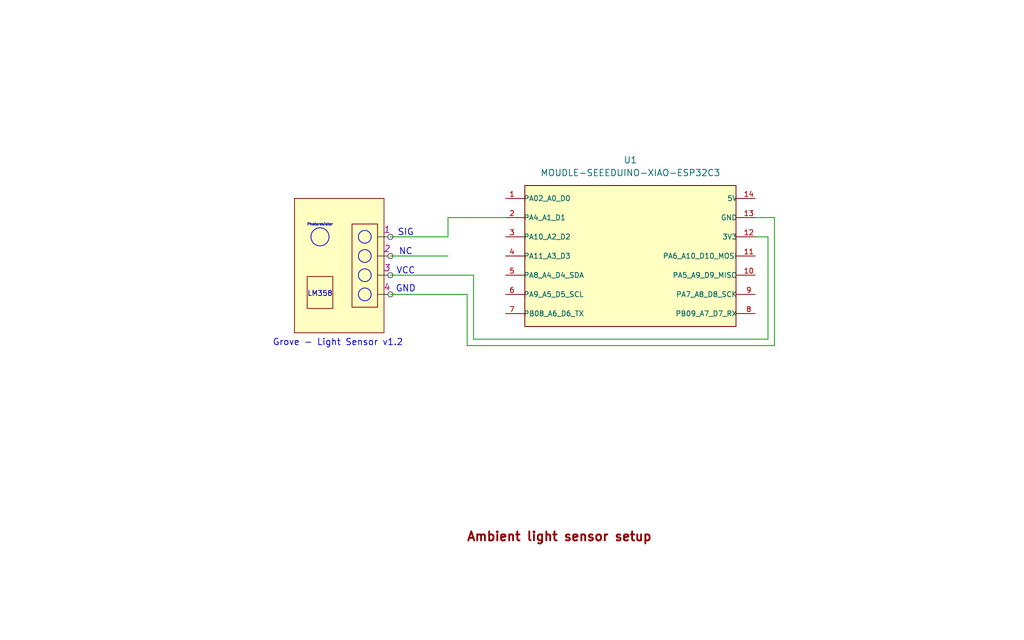
<source format=kicad_sch>
(kicad_sch (version 20231120) (generator "eeschema") (generator_version "8.0")
  (paper "User" 203.2 127)
  (lib_symbols
    (symbol "XIAO_ESP32C3:MOUDLE-SEEEDUINO-XIAO-ESP32C3" (pin_names (offset 1.016))
      (property "Reference" "U4" (at -0.635 19.05 0))
      (property "Value" "MOUDLE-SEEEDUINO-XIAO-ESP32C3" (at -0.635 16.51 0))
      (symbol "MOUDLE-SEEEDUINO-XIAO-ESP32C3_0_0"
        (polyline (pts (xy -21.59 -13.97) (xy -21.59 0)) (stroke (width 0.1524)) (fill (type color) (color 255 255 194 1)))
        (polyline (pts (xy -21.59 -11.43) (xy -22.86 -11.43)) (stroke (width 0.1524)))
        (polyline (pts (xy -21.59 -7.62) (xy -22.86 -7.62)) (stroke (width 0.1524)))
        (polyline (pts (xy -21.59 -3.81) (xy -22.86 -3.81)) (stroke (width 0.1524)))
        (polyline (pts (xy -21.59 0) (xy -22.86 0)) (stroke (width 0.1524)))
        (polyline (pts (xy -21.59 0) (xy -21.59 3.81)) (stroke (width 0.1524)) (fill (type color)))
        (polyline (pts (xy -21.59 3.81) (xy -22.86 3.81)) (stroke (width 0.1524)))
        (polyline (pts (xy -21.59 3.81) (xy -21.59 7.62)) (stroke (width 0.1524)) (fill (type color)))
        (polyline (pts (xy -21.59 7.62) (xy -22.86 7.62)) (stroke (width 0.1524)))
        (polyline (pts (xy -21.59 7.62) (xy -21.59 11.43)) (stroke (width 0.1524)) (fill (type color)))
        (polyline (pts (xy -21.59 11.43) (xy -22.86 11.43)) (stroke (width 0.1524)))
        (polyline (pts (xy -21.59 11.43) (xy -21.59 13.97)) (stroke (width 0.1524)) (fill (type color)))
        (polyline (pts (xy -21.59 13.97) (xy 20.32 13.97)) (stroke (width 0.1524)) (fill (type color) (color 255 255 194 1)))
        (polyline (pts (xy 20.32 -13.97) (xy -21.59 -13.97)) (stroke (width 0.1524)) (fill (type color)))
        (polyline (pts (xy 20.32 3.81) (xy 20.32 -13.97)) (stroke (width 0.1524)) (fill (type color)))
        (polyline (pts (xy 20.32 7.62) (xy 20.32 3.81)) (stroke (width 0.1524)) (fill (type color)))
        (polyline (pts (xy 20.32 11.43) (xy 20.32 7.62)) (stroke (width 0.1524)) (fill (type color)))
        (polyline (pts (xy 20.32 13.97) (xy 20.32 11.43)) (stroke (width 0.1524)) (fill (type color)))
        (polyline (pts (xy 21.59 -11.43) (xy 20.32 -11.43)) (stroke (width 0.1524)))
        (polyline (pts (xy 21.59 -7.62) (xy 20.32 -7.62)) (stroke (width 0.1524)))
        (polyline (pts (xy 21.59 -3.81) (xy 20.32 -3.81)) (stroke (width 0.1524)))
        (polyline (pts (xy 21.59 0) (xy 20.32 0)) (stroke (width 0.1524)))
        (polyline (pts (xy 21.59 3.81) (xy 20.32 3.81)) (stroke (width 0.1524)))
        (polyline (pts (xy 21.59 7.62) (xy 20.32 7.62)) (stroke (width 0.1524)))
        (polyline (pts (xy 21.59 11.43) (xy 20.32 11.43)) (stroke (width 0.1524)))
        (pin bidirectional line (at -25.4 11.43 0) (length 2.54) (name "PA02_A0_D0") (number "1"))
        (pin bidirectional line (at 24.13 -3.81 180) (length 2.54) (name "PA5_A9_D9_MISO") (number "10"))
        (pin bidirectional line (at 24.13 0 180) (length 2.54) (name "PA6_A10_D10_MOSI") (number "11"))
        (pin bidirectional line (at 24.13 3.81 180) (length 2.54) (name "3V3") (number "12"))
        (pin bidirectional line (at 24.13 7.62 180) (length 2.54) (name "GND") (number "13"))
        (pin bidirectional line (at 24.13 11.43 180) (length 2.54) (name "5V") (number "14"))
        (pin bidirectional line (at -25.4 7.62 0) (length 2.54) (name "PA4_A1_D1") (number "2"))
        (pin bidirectional line (at -25.4 3.81 0) (length 2.54) (name "PA10_A2_D2") (number "3"))
        (pin bidirectional line (at -25.4 0 0) (length 2.54) (name "PA11_A3_D3") (number "4"))
        (pin bidirectional line (at -25.4 -3.81 0) (length 2.54) (name "PA8_A4_D4_SDA") (number "5"))
        (pin bidirectional line (at -25.4 -7.62 0) (length 2.54) (name "PA9_A5_D5_SCL") (number "6"))
        (pin bidirectional line (at -25.4 -11.43 0) (length 2.54) (name "PB08_A6_D6_TX") (number "7"))
        (pin bidirectional line (at 24.13 -11.43 180) (length 2.54) (name "PB09_A7_D7_RX") (number "8"))
        (pin bidirectional line (at 24.13 -7.62 180) (length 2.54) (name "PA7_A8_D8_SCK") (number "9"))
      )
    )
  )
  (wire (pts (xy 88.9 43.18) (xy 88.9 46.99)))
  (wire (pts (xy 88.9 43.18) (xy 100.33 43.18)))
  (wire (pts (xy 93.98 67.31) (xy 93.98 54.61)))
  (wire (pts (xy 152.4 46.99) (xy 152.4 67.31)))
  (wire (pts (xy 77.47 54.61) (xy 93.98 54.61)))
  (wire (pts (xy 149.86 46.99) (xy 152.4 46.99)))
  (wire (pts (xy 77.47 46.99) (xy 88.9 46.99)))
  (wire (pts (xy 149.86 43.18) (xy 153.67 43.18)))
  (wire (pts (xy 153.67 43.18) (xy 153.67 68.58)))
  (wire (pts (xy 77.47 50.8) (xy 88.9 50.8)))
  (wire (pts (xy 153.67 68.58) (xy 92.71 68.58)))
  (wire (pts (xy 77.47 58.42) (xy 92.71 58.42)))
  (wire (pts (xy 152.4 67.31) (xy 93.98 67.31)))
  (wire (pts (xy 92.71 68.58) (xy 92.71 58.42)))
  (rectangle (start 58.42 39.37) (end 76.2 66.04) (stroke (width 0) (color 132 0 0 1)) (fill (type color) (color 255 255 194 1)))
  (circle (center 72.39 58.42) (radius 1.27))
  (rectangle (start 60.96 54.864) (end 66.04 61.214) (stroke (width 0) (color 132 0 0 1)) (fill (type color) (color 255 255 194 1)))
  (rectangle (start 104.14 36.83) (end 146.05 64.77) (stroke (width 0) (color 132 0 0 1)) (fill (type color) (color 255 255 194 1)))
  (circle (center 72.39 50.8) (radius 1.27))
  (circle (center 72.39 54.61) (radius 1.27))
  (circle (center 63.5 46.99) (radius 1.7961))
  (rectangle (start 69.85 44.45) (end 74.93 60.96) (stroke (width 0) (color 132 0 0 1)) (fill (type color) (color 255 255 194 1)))
  (circle (center 72.39 46.99) (radius 1.27))
  (text "LM358" (at 63.5 58.42 0) (effects (font (size 1.016 1.016))))
  (text "VCC" (at 80.518 53.848 0) (effects (font (size 1.27 1.27))))
  (text "NC" (at 80.518 50.038 0) (effects (font (size 1.27 1.27))))
  (text "Photoresistor" (at 63.5 44.704 0) (effects (font (size 0.508 0.508))))
  (text "SIG" (at 80.518 46.228 0) (effects (font (size 1.27 1.27))))
  (text "Ambient light sensor setup" (at 110.998 106.68 0) (effects (font (size 1.778 1.778) (thickness 0.3556) (bold yes))))
  (text "Grove - Light Sensor v1.2" (at 67.056 68.072 0) (effects (font (size 1.27 1.27))))
  (text "GND" (at 80.518 57.404 0) (effects (font (size 1.27 1.27))))
  (netclass_flag "" (length 2.54) (shape round) (at 74.93 54.61 270) (property "Netclass" "3" (at 77.47 53.9115 0) (effects (font (italic yes)) (justify right bottom))))
  (netclass_flag "" (length 2.54) (shape round) (at 74.93 50.8 270) (property "Netclass" "2" (at 77.47 50.1015 0) (effects (font (italic yes)) (justify right bottom))))
  (netclass_flag "" (length 2.54) (shape round) (at 74.93 58.42 270) (property "Netclass" "4" (at 77.47 57.7215 0) (effects (font (italic yes)) (justify right bottom))))
  (netclass_flag "" (length 2.54) (shape round) (at 74.93 46.99 270) (property "Netclass" "1" (at 77.47 46.2915 0) (effects (font (italic yes)) (justify right bottom))))
  (symbol (lib_id "XIAO_ESP32C3:MOUDLE-SEEEDUINO-XIAO-ESP32C3") (at 125.73 50.8 0) (unit 1)
    (property "Reference" "U1" (at 125.095 31.75 0))
    (property "Value" "MOUDLE-SEEEDUINO-XIAO-ESP32C3" (at 125.095 34.29 0))
    (property "Footprint" "MOUDLE14P-SMD-2.54-21X17.8MM" (effects (hide yes)))
  )
)
</source>
